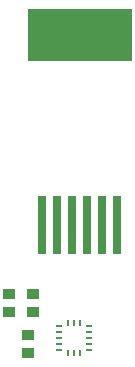
<source format=gtp>
G04 (created by PCBNEW (2013-07-07 BZR 4022)-stable) date 8/8/2014 4:44:39 PM*
%MOIN*%
G04 Gerber Fmt 3.4, Leading zero omitted, Abs format*
%FSLAX34Y34*%
G01*
G70*
G90*
G04 APERTURE LIST*
%ADD10C,0.00590551*%
%ADD11R,0.0394X0.0354*%
%ADD12R,0.0299213X0.19685*%
%ADD13R,0.346457X0.177165*%
%ADD14R,0.0188976X0.00708661*%
%ADD15R,0.00708661X0.0188976*%
G04 APERTURE END LIST*
G54D10*
G54D11*
X22834Y-23918D03*
X22834Y-23326D03*
X23622Y-23918D03*
X23622Y-23326D03*
X23464Y-25296D03*
X23464Y-24704D03*
G54D12*
X23946Y-21023D03*
X24946Y-21023D03*
X25946Y-21023D03*
X25446Y-21023D03*
X26446Y-21023D03*
X24446Y-21023D03*
G54D13*
X25196Y-14704D03*
G54D14*
X24507Y-24606D03*
X24507Y-24409D03*
X25511Y-24409D03*
X24507Y-24801D03*
X24507Y-25000D03*
X24507Y-25196D03*
G54D15*
X24812Y-25305D03*
X24996Y-25305D03*
X25206Y-25305D03*
G54D14*
X25511Y-25196D03*
X25511Y-25000D03*
X25511Y-24801D03*
X25511Y-24606D03*
G54D15*
X25206Y-24301D03*
X25003Y-24301D03*
X24812Y-24301D03*
M02*

</source>
